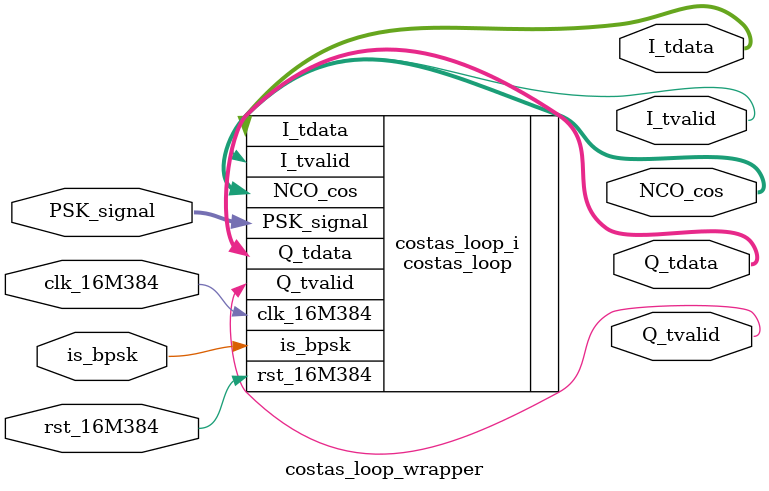
<source format=v>
`timescale 1 ps / 1 ps

module costas_loop_wrapper
   (I_tdata,
    I_tvalid,
    NCO_cos,
    PSK_signal,
    Q_tdata,
    Q_tvalid,
    clk_16M384,
    is_bpsk,
    rst_16M384);
  output [15:0]I_tdata;
  output I_tvalid;
  output [11:0]NCO_cos;
  input [11:0]PSK_signal;
  output [15:0]Q_tdata;
  output Q_tvalid;
  input clk_16M384;
  input is_bpsk;
  input rst_16M384;

  wire [15:0]I_tdata;
  wire I_tvalid;
  wire [11:0]NCO_cos;
  wire [11:0]PSK_signal;
  wire [15:0]Q_tdata;
  wire Q_tvalid;
  wire clk_16M384;
  wire is_bpsk;
  wire rst_16M384;

  costas_loop costas_loop_i
       (.I_tdata(I_tdata),
        .I_tvalid(I_tvalid),
        .NCO_cos(NCO_cos),
        .PSK_signal(PSK_signal),
        .Q_tdata(Q_tdata),
        .Q_tvalid(Q_tvalid),
        .clk_16M384(clk_16M384),
        .is_bpsk(is_bpsk),
        .rst_16M384(rst_16M384));
endmodule

</source>
